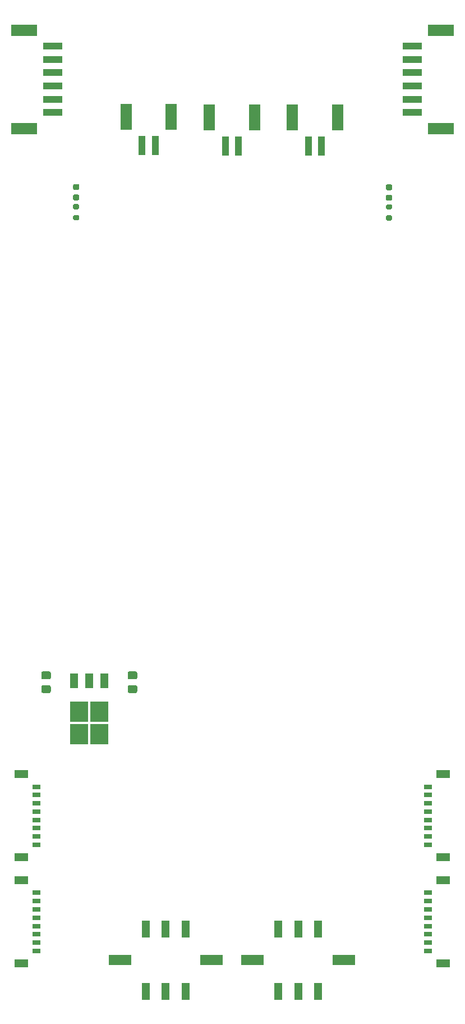
<source format=gbr>
%TF.GenerationSoftware,KiCad,Pcbnew,5.1.9-73d0e3b20d~88~ubuntu20.04.1*%
%TF.CreationDate,2021-04-18T23:14:10-05:00*%
%TF.ProjectId,POWER,504f5745-522e-46b6-9963-61645f706362,rev?*%
%TF.SameCoordinates,Original*%
%TF.FileFunction,Paste,Top*%
%TF.FilePolarity,Positive*%
%FSLAX46Y46*%
G04 Gerber Fmt 4.6, Leading zero omitted, Abs format (unit mm)*
G04 Created by KiCad (PCBNEW 5.1.9-73d0e3b20d~88~ubuntu20.04.1) date 2021-04-18 23:14:10*
%MOMM*%
%LPD*%
G01*
G04 APERTURE LIST*
%ADD10R,2.150000X1.300000*%
%ADD11R,1.200000X0.800000*%
%ADD12R,1.800000X4.000000*%
%ADD13R,1.000000X3.000000*%
%ADD14R,2.750000X3.050000*%
%ADD15R,1.200000X2.200000*%
%ADD16R,1.270000X2.540000*%
%ADD17R,3.430000X1.650000*%
%ADD18R,3.000000X1.000000*%
%ADD19R,4.000000X1.800000*%
G04 APERTURE END LIST*
%TO.C,R102*%
G36*
G01*
X240725000Y-99445000D02*
X240175000Y-99445000D01*
G75*
G02*
X239975000Y-99245000I0J200000D01*
G01*
X239975000Y-98845000D01*
G75*
G02*
X240175000Y-98645000I200000J0D01*
G01*
X240725000Y-98645000D01*
G75*
G02*
X240925000Y-98845000I0J-200000D01*
G01*
X240925000Y-99245000D01*
G75*
G02*
X240725000Y-99445000I-200000J0D01*
G01*
G37*
G36*
G01*
X240725000Y-101095000D02*
X240175000Y-101095000D01*
G75*
G02*
X239975000Y-100895000I0J200000D01*
G01*
X239975000Y-100495000D01*
G75*
G02*
X240175000Y-100295000I200000J0D01*
G01*
X240725000Y-100295000D01*
G75*
G02*
X240925000Y-100495000I0J-200000D01*
G01*
X240925000Y-100895000D01*
G75*
G02*
X240725000Y-101095000I-200000J0D01*
G01*
G37*
%TD*%
%TO.C,R101*%
G36*
G01*
X193505000Y-99405000D02*
X192955000Y-99405000D01*
G75*
G02*
X192755000Y-99205000I0J200000D01*
G01*
X192755000Y-98805000D01*
G75*
G02*
X192955000Y-98605000I200000J0D01*
G01*
X193505000Y-98605000D01*
G75*
G02*
X193705000Y-98805000I0J-200000D01*
G01*
X193705000Y-99205000D01*
G75*
G02*
X193505000Y-99405000I-200000J0D01*
G01*
G37*
G36*
G01*
X193505000Y-101055000D02*
X192955000Y-101055000D01*
G75*
G02*
X192755000Y-100855000I0J200000D01*
G01*
X192755000Y-100455000D01*
G75*
G02*
X192955000Y-100255000I200000J0D01*
G01*
X193505000Y-100255000D01*
G75*
G02*
X193705000Y-100455000I0J-200000D01*
G01*
X193705000Y-100855000D01*
G75*
G02*
X193505000Y-101055000I-200000J0D01*
G01*
G37*
%TD*%
D10*
%TO.C,J6*%
X248645000Y-213075000D03*
X248645000Y-200525000D03*
D11*
X246350000Y-202425000D03*
X246350000Y-203675000D03*
X246350000Y-204925000D03*
X246350000Y-206175000D03*
X246350000Y-207425000D03*
X246350000Y-208675000D03*
X246350000Y-209925000D03*
X246350000Y-211175000D03*
%TD*%
D10*
%TO.C,J5*%
X248645000Y-197075000D03*
X248645000Y-184525000D03*
D11*
X246350000Y-186425000D03*
X246350000Y-187675000D03*
X246350000Y-188925000D03*
X246350000Y-190175000D03*
X246350000Y-191425000D03*
X246350000Y-192675000D03*
X246350000Y-193925000D03*
X246350000Y-195175000D03*
%TD*%
D10*
%TO.C,J3*%
X184955000Y-184525000D03*
X184955000Y-197075000D03*
D11*
X187250000Y-195175000D03*
X187250000Y-193925000D03*
X187250000Y-192675000D03*
X187250000Y-191425000D03*
X187250000Y-190175000D03*
X187250000Y-188925000D03*
X187250000Y-187675000D03*
X187250000Y-186425000D03*
%TD*%
D10*
%TO.C,J2*%
X184955000Y-200525000D03*
X184955000Y-213075000D03*
D11*
X187250000Y-211175000D03*
X187250000Y-209925000D03*
X187250000Y-208675000D03*
X187250000Y-207425000D03*
X187250000Y-206175000D03*
X187250000Y-204925000D03*
X187250000Y-203675000D03*
X187250000Y-202425000D03*
%TD*%
%TO.C,D102*%
G36*
G01*
X240193750Y-97210000D02*
X240706250Y-97210000D01*
G75*
G02*
X240925000Y-97428750I0J-218750D01*
G01*
X240925000Y-97866250D01*
G75*
G02*
X240706250Y-98085000I-218750J0D01*
G01*
X240193750Y-98085000D01*
G75*
G02*
X239975000Y-97866250I0J218750D01*
G01*
X239975000Y-97428750D01*
G75*
G02*
X240193750Y-97210000I218750J0D01*
G01*
G37*
G36*
G01*
X240193750Y-95635000D02*
X240706250Y-95635000D01*
G75*
G02*
X240925000Y-95853750I0J-218750D01*
G01*
X240925000Y-96291250D01*
G75*
G02*
X240706250Y-96510000I-218750J0D01*
G01*
X240193750Y-96510000D01*
G75*
G02*
X239975000Y-96291250I0J218750D01*
G01*
X239975000Y-95853750D01*
G75*
G02*
X240193750Y-95635000I218750J0D01*
G01*
G37*
%TD*%
%TO.C,D101*%
G36*
G01*
X192973750Y-97170000D02*
X193486250Y-97170000D01*
G75*
G02*
X193705000Y-97388750I0J-218750D01*
G01*
X193705000Y-97826250D01*
G75*
G02*
X193486250Y-98045000I-218750J0D01*
G01*
X192973750Y-98045000D01*
G75*
G02*
X192755000Y-97826250I0J218750D01*
G01*
X192755000Y-97388750D01*
G75*
G02*
X192973750Y-97170000I218750J0D01*
G01*
G37*
G36*
G01*
X192973750Y-95595000D02*
X193486250Y-95595000D01*
G75*
G02*
X193705000Y-95813750I0J-218750D01*
G01*
X193705000Y-96251250D01*
G75*
G02*
X193486250Y-96470000I-218750J0D01*
G01*
X192973750Y-96470000D01*
G75*
G02*
X192755000Y-96251250I0J218750D01*
G01*
X192755000Y-95813750D01*
G75*
G02*
X192973750Y-95595000I218750J0D01*
G01*
G37*
%TD*%
D12*
%TO.C,J103*%
X232670000Y-85540000D03*
X225870000Y-85540000D03*
D13*
X230270000Y-89840000D03*
X228270000Y-89840000D03*
%TD*%
D12*
%TO.C,J102*%
X207580000Y-85470000D03*
X200780000Y-85470000D03*
D13*
X205180000Y-89770000D03*
X203180000Y-89770000D03*
%TD*%
D12*
%TO.C,J101*%
X220130000Y-85530000D03*
X213330000Y-85530000D03*
D13*
X217730000Y-89830000D03*
X215730000Y-89830000D03*
%TD*%
D14*
%TO.C,U703*%
X193675000Y-175125000D03*
X196725000Y-178475000D03*
X196725000Y-175125000D03*
X193675000Y-178475000D03*
D15*
X192920000Y-170500000D03*
X195200000Y-170500000D03*
X197480000Y-170500000D03*
%TD*%
D16*
%TO.C,J8*%
X223745000Y-207850000D03*
X226745000Y-207850000D03*
X229745000Y-207850000D03*
X223745000Y-217250000D03*
X226745000Y-217250000D03*
X229745000Y-217250000D03*
D17*
X219860000Y-212550000D03*
X233630000Y-212550000D03*
%TD*%
D16*
%TO.C,J7*%
X203745000Y-207850000D03*
X206745000Y-207850000D03*
X209745000Y-207850000D03*
X203745000Y-217250000D03*
X206745000Y-217250000D03*
X209745000Y-217250000D03*
D17*
X199860000Y-212550000D03*
X213630000Y-212550000D03*
%TD*%
D18*
%TO.C,J4*%
X243950000Y-84800000D03*
X243950000Y-82800000D03*
X243950000Y-80800000D03*
X243950000Y-78800000D03*
D19*
X248250000Y-87200000D03*
X248250000Y-72400000D03*
D18*
X243950000Y-76800000D03*
X243950000Y-74800000D03*
%TD*%
%TO.C,J1*%
X189700000Y-74800000D03*
X189700000Y-76800000D03*
X189700000Y-78800000D03*
X189700000Y-80800000D03*
D19*
X185400000Y-72400000D03*
X185400000Y-87200000D03*
D18*
X189700000Y-82800000D03*
X189700000Y-84800000D03*
%TD*%
%TO.C,C702*%
G36*
G01*
X201245000Y-171140000D02*
X202195000Y-171140000D01*
G75*
G02*
X202445000Y-171390000I0J-250000D01*
G01*
X202445000Y-172065000D01*
G75*
G02*
X202195000Y-172315000I-250000J0D01*
G01*
X201245000Y-172315000D01*
G75*
G02*
X200995000Y-172065000I0J250000D01*
G01*
X200995000Y-171390000D01*
G75*
G02*
X201245000Y-171140000I250000J0D01*
G01*
G37*
G36*
G01*
X201245000Y-169065000D02*
X202195000Y-169065000D01*
G75*
G02*
X202445000Y-169315000I0J-250000D01*
G01*
X202445000Y-169990000D01*
G75*
G02*
X202195000Y-170240000I-250000J0D01*
G01*
X201245000Y-170240000D01*
G75*
G02*
X200995000Y-169990000I0J250000D01*
G01*
X200995000Y-169315000D01*
G75*
G02*
X201245000Y-169065000I250000J0D01*
G01*
G37*
%TD*%
%TO.C,C701*%
G36*
G01*
X188205000Y-171140000D02*
X189155000Y-171140000D01*
G75*
G02*
X189405000Y-171390000I0J-250000D01*
G01*
X189405000Y-172065000D01*
G75*
G02*
X189155000Y-172315000I-250000J0D01*
G01*
X188205000Y-172315000D01*
G75*
G02*
X187955000Y-172065000I0J250000D01*
G01*
X187955000Y-171390000D01*
G75*
G02*
X188205000Y-171140000I250000J0D01*
G01*
G37*
G36*
G01*
X188205000Y-169065000D02*
X189155000Y-169065000D01*
G75*
G02*
X189405000Y-169315000I0J-250000D01*
G01*
X189405000Y-169990000D01*
G75*
G02*
X189155000Y-170240000I-250000J0D01*
G01*
X188205000Y-170240000D01*
G75*
G02*
X187955000Y-169990000I0J250000D01*
G01*
X187955000Y-169315000D01*
G75*
G02*
X188205000Y-169065000I250000J0D01*
G01*
G37*
%TD*%
M02*

</source>
